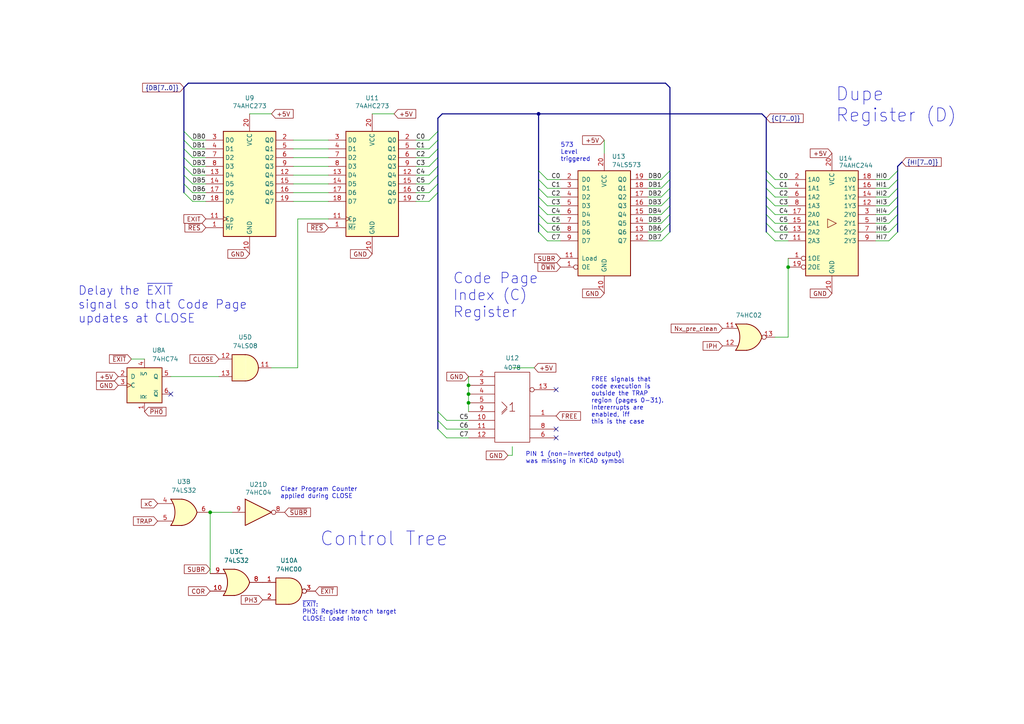
<source format=kicad_sch>
(kicad_sch (version 20231120) (generator "eeschema") (generator_version "8.0")
  (paper "A4")
  (title_block (title "Myth Microcontroller Project") (date "2024-09-21") (rev "1") (company "Picwok.com") (comment 1 "Project Contact: mim@ok-schalter.de (Michael)") (comment 2 "Author: Copyr. 2024 Michael Mangelsdorf/Dosflange@github") (comment 3 "Instruction Decoder Module") (comment 4 "C Register"))
  (lib_symbols
    (symbol "4xxx_IEEE:4078" (pin_names (offset 0.762))
      (property "Reference" "U" (at 8.89 11.43 0))
      (property "Value" "4078" (at 6.35 -11.43 0))
      (symbol "4078_0_0"
        (text "1" (at 0 0 0) (effects (font (size 2.54 2.54))))
        (pin power_in line (at 0 11.43 270) (length 1) hide (name "Vdd") (number "14"))
        (pin power_in line (at 0 -11.43 90) (length 1) hide (name "Vss") (number "7"))
      )
      (symbol "4078_1_1"
        (pin output line (at 12.7 -2.54 180) (length 7.62) (name "~") (number "1"))
        (pin input line (at -12.7 -3.81 0) (length 7.62) (name "~") (number "10"))
        (pin input line (at -12.7 -6.35 0) (length 7.62) (name "~") (number "11"))
        (pin input line (at -12.7 -8.89 0) (length 7.62) (name "~") (number "12"))
        (pin output inverted (at 12.7 5.08 180) (length 7.62) (name "~") (number "13"))
        (pin input line (at -12.7 8.89 0) (length 7.62) (name "~") (number "2"))
        (pin input line (at -12.7 6.35 0) (length 7.62) (name "~") (number "3"))
        (pin input line (at -12.7 3.81 0) (length 7.62) (name "~") (number "4"))
        (pin input line (at -12.7 1.27 0) (length 7.62) (name "~") (number "5"))
        (pin free line (at 12.7 -8.89 180) (length 7.62) (name "~") (number "6"))
        (pin free line (at 12.7 -6.35 180) (length 7.62) (name "~") (number "8"))
        (pin input line (at -12.7 -1.27 0) (length 7.62) (name "~") (number "9"))
      )
    )
    (symbol "74xx:74AHC244"
      (property "Reference" "U" (at -7.62 16.51 0))
      (property "Value" "74AHC244" (at -7.62 -16.51 0))
      (symbol "74AHC244_1_0"
        (pin input inverted (at -12.7 -10.16 0) (length 5.08) (name "1OE") (number "1"))
        (pin power_in line (at 0 -20.32 90) (length 5.08) (name "GND") (number "10"))
        (pin input line (at -12.7 -5.08 0) (length 5.08) (name "2A3") (number "11"))
        (pin tri_state line (at 12.7 5.08 180) (length 5.08) (name "1Y3") (number "12"))
        (pin input line (at -12.7 -2.54 0) (length 5.08) (name "2A2") (number "13"))
        (pin tri_state line (at 12.7 7.62 180) (length 5.08) (name "1Y2") (number "14"))
        (pin input line (at -12.7 0 0) (length 5.08) (name "2A1") (number "15"))
        (pin tri_state line (at 12.7 10.16 180) (length 5.08) (name "1Y1") (number "16"))
        (pin input line (at -12.7 2.54 0) (length 5.08) (name "2A0") (number "17"))
        (pin tri_state line (at 12.7 12.7 180) (length 5.08) (name "1Y0") (number "18"))
        (pin input inverted (at -12.7 -12.7 0) (length 5.08) (name "2OE") (number "19"))
        (pin input line (at -12.7 12.7 0) (length 5.08) (name "1A0") (number "2"))
        (pin power_in line (at 0 20.32 270) (length 5.08) (name "VCC") (number "20"))
        (pin tri_state line (at 12.7 2.54 180) (length 5.08) (name "2Y0") (number "3"))
        (pin input line (at -12.7 10.16 0) (length 5.08) (name "1A1") (number "4"))
        (pin tri_state line (at 12.7 0 180) (length 5.08) (name "2Y1") (number "5"))
        (pin input line (at -12.7 7.62 0) (length 5.08) (name "1A2") (number "6"))
        (pin tri_state line (at 12.7 -2.54 180) (length 5.08) (name "2Y2") (number "7"))
        (pin input line (at -12.7 5.08 0) (length 5.08) (name "1A3") (number "8"))
        (pin tri_state line (at 12.7 -5.08 180) (length 5.08) (name "2Y3") (number "9"))
      )
    )
    (symbol "74xx:74HC00" (pin_names (offset 1.016))
      (property "Reference" "U" (at 0 1.27 0))
      (property "Value" "74HC00" (at 0 -1.27 0))
      (symbol "74HC00_1_1"
        (pin input line (at -7.62 2.54 0) (length 3.81) (name "~") (number "1"))
        (pin input line (at -7.62 -2.54 0) (length 3.81) (name "~") (number "2"))
        (pin output inverted (at 7.62 0 180) (length 3.81) (name "~") (number "3"))
      )
      (symbol "74HC00_1_2"
        (pin input inverted (at -7.62 2.54 0) (length 4.318) (name "~") (number "1"))
        (pin input inverted (at -7.62 -2.54 0) (length 4.318) (name "~") (number "2"))
        (pin output line (at 7.62 0 180) (length 3.81) (name "~") (number "3"))
      )
      (symbol "74HC00_2_1"
        (pin input line (at -7.62 2.54 0) (length 3.81) (name "~") (number "4"))
        (pin input line (at -7.62 -2.54 0) (length 3.81) (name "~") (number "5"))
        (pin output inverted (at 7.62 0 180) (length 3.81) (name "~") (number "6"))
      )
      (symbol "74HC00_2_2"
        (pin input inverted (at -7.62 2.54 0) (length 4.318) (name "~") (number "4"))
        (pin input inverted (at -7.62 -2.54 0) (length 4.318) (name "~") (number "5"))
        (pin output line (at 7.62 0 180) (length 3.81) (name "~") (number "6"))
      )
      (symbol "74HC00_3_1"
        (pin input line (at -7.62 -2.54 0) (length 3.81) (name "~") (number "10"))
        (pin output inverted (at 7.62 0 180) (length 3.81) (name "~") (number "8"))
        (pin input line (at -7.62 2.54 0) (length 3.81) (name "~") (number "9"))
      )
      (symbol "74HC00_3_2"
        (pin input inverted (at -7.62 -2.54 0) (length 4.318) (name "~") (number "10"))
        (pin output line (at 7.62 0 180) (length 3.81) (name "~") (number "8"))
        (pin input inverted (at -7.62 2.54 0) (length 4.318) (name "~") (number "9"))
      )
      (symbol "74HC00_4_1"
        (pin output inverted (at 7.62 0 180) (length 3.81) (name "~") (number "11"))
        (pin input line (at -7.62 2.54 0) (length 3.81) (name "~") (number "12"))
        (pin input line (at -7.62 -2.54 0) (length 3.81) (name "~") (number "13"))
      )
      (symbol "74HC00_4_2"
        (pin output line (at 7.62 0 180) (length 3.81) (name "~") (number "11"))
        (pin input inverted (at -7.62 2.54 0) (length 4.318) (name "~") (number "12"))
        (pin input inverted (at -7.62 -2.54 0) (length 4.318) (name "~") (number "13"))
      )
      (symbol "74HC00_5_0"
        (pin power_in line (at 0 12.7 270) (length 5.08) (name "VCC") (number "14"))
        (pin power_in line (at 0 -12.7 90) (length 5.08) (name "GND") (number "7"))
      )
    )
    (symbol "74xx:74HC02" (pin_names (offset 1.016))
      (property "Reference" "U" (at 0 1.27 0))
      (property "Value" "74HC02" (at 0 -1.27 0))
      (symbol "74HC02_1_1"
        (pin output inverted (at 7.62 0 180) (length 3.81) (name "~") (number "1"))
        (pin input line (at -7.62 2.54 0) (length 4.318) (name "~") (number "2"))
        (pin input line (at -7.62 -2.54 0) (length 4.318) (name "~") (number "3"))
      )
      (symbol "74HC02_1_2"
        (pin output line (at 7.62 0 180) (length 3.81) (name "~") (number "1"))
        (pin input inverted (at -7.62 2.54 0) (length 3.81) (name "~") (number "2"))
        (pin input inverted (at -7.62 -2.54 0) (length 3.81) (name "~") (number "3"))
      )
      (symbol "74HC02_2_1"
        (pin output inverted (at 7.62 0 180) (length 3.81) (name "~") (number "4"))
        (pin input line (at -7.62 2.54 0) (length 4.318) (name "~") (number "5"))
        (pin input line (at -7.62 -2.54 0) (length 4.318) (name "~") (number "6"))
      )
      (symbol "74HC02_2_2"
        (pin output line (at 7.62 0 180) (length 3.81) (name "~") (number "4"))
        (pin input inverted (at -7.62 2.54 0) (length 3.81) (name "~") (number "5"))
        (pin input inverted (at -7.62 -2.54 0) (length 3.81) (name "~") (number "6"))
      )
      (symbol "74HC02_3_1"
        (pin output inverted (at 7.62 0 180) (length 3.81) (name "~") (number "10"))
        (pin input line (at -7.62 2.54 0) (length 4.318) (name "~") (number "8"))
        (pin input line (at -7.62 -2.54 0) (length 4.318) (name "~") (number "9"))
      )
      (symbol "74HC02_3_2"
        (pin output line (at 7.62 0 180) (length 3.81) (name "~") (number "10"))
        (pin input inverted (at -7.62 2.54 0) (length 3.81) (name "~") (number "8"))
        (pin input inverted (at -7.62 -2.54 0) (length 3.81) (name "~") (number "9"))
      )
      (symbol "74HC02_4_1"
        (pin input line (at -7.62 2.54 0) (length 4.318) (name "~") (number "11"))
        (pin input line (at -7.62 -2.54 0) (length 4.318) (name "~") (number "12"))
        (pin output inverted (at 7.62 0 180) (length 3.81) (name "~") (number "13"))
      )
      (symbol "74HC02_4_2"
        (pin input inverted (at -7.62 2.54 0) (length 3.81) (name "~") (number "11"))
        (pin input inverted (at -7.62 -2.54 0) (length 3.81) (name "~") (number "12"))
        (pin output line (at 7.62 0 180) (length 3.81) (name "~") (number "13"))
      )
      (symbol "74HC02_5_0"
        (pin power_in line (at 0 12.7 270) (length 5.08) (name "VCC") (number "14"))
        (pin power_in line (at 0 -12.7 90) (length 5.08) (name "GND") (number "7"))
      )
    )
    (symbol "74xx:74HC04"
      (property "Reference" "U" (at 0 1.27 0))
      (property "Value" "74HC04" (at 0 -1.27 0))
      (symbol "74HC04_1_0"
        (pin input line (at -7.62 0 0) (length 3.81) (name "~") (number "1"))
        (pin output inverted (at 7.62 0 180) (length 3.81) (name "~") (number "2"))
      )
      (symbol "74HC04_2_0"
        (pin input line (at -7.62 0 0) (length 3.81) (name "~") (number "3"))
        (pin output inverted (at 7.62 0 180) (length 3.81) (name "~") (number "4"))
      )
      (symbol "74HC04_3_0"
        (pin input line (at -7.62 0 0) (length 3.81) (name "~") (number "5"))
        (pin output inverted (at 7.62 0 180) (length 3.81) (name "~") (number "6"))
      )
      (symbol "74HC04_4_0"
        (pin output inverted (at 7.62 0 180) (length 3.81) (name "~") (number "8"))
        (pin input line (at -7.62 0 0) (length 3.81) (name "~") (number "9"))
      )
      (symbol "74HC04_5_0"
        (pin output inverted (at 7.62 0 180) (length 3.81) (name "~") (number "10"))
        (pin input line (at -7.62 0 0) (length 3.81) (name "~") (number "11"))
      )
      (symbol "74HC04_6_0"
        (pin output inverted (at 7.62 0 180) (length 3.81) (name "~") (number "12"))
        (pin input line (at -7.62 0 0) (length 3.81) (name "~") (number "13"))
      )
      (symbol "74HC04_7_0"
        (pin power_in line (at 0 12.7 270) (length 5.08) (name "VCC") (number "14"))
        (pin power_in line (at 0 -12.7 90) (length 5.08) (name "GND") (number "7"))
      )
    )
    (symbol "74xx:74HC273"
      (property "Reference" "U" (at -7.62 16.51 0))
      (property "Value" "74HC273" (at -7.62 -16.51 0))
      (symbol "74HC273_1_0"
        (pin input line (at -12.7 -12.7 0) (length 5.08) (name "~{Mr}") (number "1"))
        (pin power_in line (at 0 -20.32 90) (length 5.08) (name "GND") (number "10"))
        (pin input clock (at -12.7 -10.16 0) (length 5.08) (name "Cp") (number "11"))
        (pin output line (at 12.7 2.54 180) (length 5.08) (name "Q4") (number "12"))
        (pin input line (at -12.7 2.54 0) (length 5.08) (name "D4") (number "13"))
        (pin input line (at -12.7 0 0) (length 5.08) (name "D5") (number "14"))
        (pin output line (at 12.7 0 180) (length 5.08) (name "Q5") (number "15"))
        (pin output line (at 12.7 -2.54 180) (length 5.08) (name "Q6") (number "16"))
        (pin input line (at -12.7 -2.54 0) (length 5.08) (name "D6") (number "17"))
        (pin input line (at -12.7 -5.08 0) (length 5.08) (name "D7") (number "18"))
        (pin output line (at 12.7 -5.08 180) (length 5.08) (name "Q7") (number "19"))
        (pin output line (at 12.7 12.7 180) (length 5.08) (name "Q0") (number "2"))
        (pin power_in line (at 0 20.32 270) (length 5.08) (name "VCC") (number "20"))
        (pin input line (at -12.7 12.7 0) (length 5.08) (name "D0") (number "3"))
        (pin input line (at -12.7 10.16 0) (length 5.08) (name "D1") (number "4"))
        (pin output line (at 12.7 10.16 180) (length 5.08) (name "Q1") (number "5"))
        (pin output line (at 12.7 7.62 180) (length 5.08) (name "Q2") (number "6"))
        (pin input line (at -12.7 7.62 0) (length 5.08) (name "D2") (number "7"))
        (pin input line (at -12.7 5.08 0) (length 5.08) (name "D3") (number "8"))
        (pin output line (at 12.7 5.08 180) (length 5.08) (name "Q3") (number "9"))
      )
    )
    (symbol "74xx:74HC74" (pin_names (offset 1.016))
      (property "Reference" "U" (at -7.62 8.89 0))
      (property "Value" "74HC74" (at -7.62 -8.89 0))
      (symbol "74HC74_1_0"
        (pin input line (at 0 -7.62 90) (length 2.54) (name "~{R}") (number "1"))
        (pin input line (at -7.62 2.54 0) (length 2.54) (name "D") (number "2"))
        (pin input clock (at -7.62 0 0) (length 2.54) (name "C") (number "3"))
        (pin input line (at 0 7.62 270) (length 2.54) (name "~{S}") (number "4"))
        (pin output line (at 7.62 2.54 180) (length 2.54) (name "Q") (number "5"))
        (pin output line (at 7.62 -2.54 180) (length 2.54) (name "~{Q}") (number "6"))
      )
      (symbol "74HC74_2_0"
        (pin input line (at 0 7.62 270) (length 2.54) (name "~{S}") (number "10"))
        (pin input clock (at -7.62 0 0) (length 2.54) (name "C") (number "11"))
        (pin input line (at -7.62 2.54 0) (length 2.54) (name "D") (number "12"))
        (pin input line (at 0 -7.62 90) (length 2.54) (name "~{R}") (number "13"))
        (pin output line (at 7.62 -2.54 180) (length 2.54) (name "~{Q}") (number "8"))
        (pin output line (at 7.62 2.54 180) (length 2.54) (name "Q") (number "9"))
      )
      (symbol "74HC74_3_0"
        (pin power_in line (at 0 10.16 270) (length 2.54) (name "VCC") (number "14"))
        (pin power_in line (at 0 -10.16 90) (length 2.54) (name "GND") (number "7"))
      )
    )
    (symbol "74xx:74LS08" (pin_names (offset 1.016))
      (property "Reference" "U" (at 0 1.27 0))
      (property "Value" "74LS08" (at 0 -1.27 0))
      (symbol "74LS08_1_1"
        (pin input line (at -7.62 2.54 0) (length 3.81) (name "~") (number "1"))
        (pin input line (at -7.62 -2.54 0) (length 3.81) (name "~") (number "2"))
        (pin output line (at 7.62 0 180) (length 3.81) (name "~") (number "3"))
      )
      (symbol "74LS08_1_2"
        (pin input inverted (at -7.62 2.54 0) (length 4.318) (name "~") (number "1"))
        (pin input inverted (at -7.62 -2.54 0) (length 4.318) (name "~") (number "2"))
        (pin output inverted (at 7.62 0 180) (length 3.81) (name "~") (number "3"))
      )
      (symbol "74LS08_2_1"
        (pin input line (at -7.62 2.54 0) (length 3.81) (name "~") (number "4"))
        (pin input line (at -7.62 -2.54 0) (length 3.81) (name "~") (number "5"))
        (pin output line (at 7.62 0 180) (length 3.81) (name "~") (number "6"))
      )
      (symbol "74LS08_2_2"
        (pin input inverted (at -7.62 2.54 0) (length 4.318) (name "~") (number "4"))
        (pin input inverted (at -7.62 -2.54 0) (length 4.318) (name "~") (number "5"))
        (pin output inverted (at 7.62 0 180) (length 3.81) (name "~") (number "6"))
      )
      (symbol "74LS08_3_1"
        (pin input line (at -7.62 -2.54 0) (length 3.81) (name "~") (number "10"))
        (pin output line (at 7.62 0 180) (length 3.81) (name "~") (number "8"))
        (pin input line (at -7.62 2.54 0) (length 3.81) (name "~") (number "9"))
      )
      (symbol "74LS08_3_2"
        (pin input inverted (at -7.62 -2.54 0) (length 4.318) (name "~") (number "10"))
        (pin output inverted (at 7.62 0 180) (length 3.81) (name "~") (number "8"))
        (pin input inverted (at -7.62 2.54 0) (length 4.318) (name "~") (number "9"))
      )
      (symbol "74LS08_4_1"
        (pin output line (at 7.62 0 180) (length 3.81) (name "~") (number "11"))
        (pin input line (at -7.62 2.54 0) (length 3.81) (name "~") (number "12"))
        (pin input line (at -7.62 -2.54 0) (length 3.81) (name "~") (number "13"))
      )
      (symbol "74LS08_4_2"
        (pin output inverted (at 7.62 0 180) (length 3.81) (name "~") (number "11"))
        (pin input inverted (at -7.62 2.54 0) (length 4.318) (name "~") (number "12"))
        (pin input inverted (at -7.62 -2.54 0) (length 4.318) (name "~") (number "13"))
      )
      (symbol "74LS08_5_0"
        (pin power_in line (at 0 12.7 270) (length 5.08) (name "VCC") (number "14"))
        (pin power_in line (at 0 -12.7 90) (length 5.08) (name "GND") (number "7"))
      )
    )
    (symbol "74xx:74LS32" (pin_names (offset 1.016))
      (property "Reference" "U" (at 0 1.27 0))
      (property "Value" "74LS32" (at 0 -1.27 0))
      (symbol "74LS32_1_1"
        (pin input line (at -7.62 2.54 0) (length 4.318) (name "~") (number "1"))
        (pin input line (at -7.62 -2.54 0) (length 4.318) (name "~") (number "2"))
        (pin output line (at 7.62 0 180) (length 3.81) (name "~") (number "3"))
      )
      (symbol "74LS32_1_2"
        (pin input inverted (at -7.62 2.54 0) (length 3.81) (name "~") (number "1"))
        (pin input inverted (at -7.62 -2.54 0) (length 3.81) (name "~") (number "2"))
        (pin output inverted (at 7.62 0 180) (length 3.81) (name "~") (number "3"))
      )
      (symbol "74LS32_2_1"
        (pin input line (at -7.62 2.54 0) (length 4.318) (name "~") (number "4"))
        (pin input line (at -7.62 -2.54 0) (length 4.318) (name "~") (number "5"))
        (pin output line (at 7.62 0 180) (length 3.81) (name "~") (number "6"))
      )
      (symbol "74LS32_2_2"
        (pin input inverted (at -7.62 2.54 0) (length 3.81) (name "~") (number "4"))
        (pin input inverted (at -7.62 -2.54 0) (length 3.81) (name "~") (number "5"))
        (pin output inverted (at 7.62 0 180) (length 3.81) (name "~") (number "6"))
      )
      (symbol "74LS32_3_1"
        (pin input line (at -7.62 -2.54 0) (length 4.318) (name "~") (number "10"))
        (pin output line (at 7.62 0 180) (length 3.81) (name "~") (number "8"))
        (pin input line (at -7.62 2.54 0) (length 4.318) (name "~") (number "9"))
      )
      (symbol "74LS32_3_2"
        (pin input inverted (at -7.62 -2.54 0) (length 3.81) (name "~") (number "10"))
        (pin output inverted (at 7.62 0 180) (length 3.81) (name "~") (number "8"))
        (pin input inverted (at -7.62 2.54 0) (length 3.81) (name "~") (number "9"))
      )
      (symbol "74LS32_4_1"
        (pin output line (at 7.62 0 180) (length 3.81) (name "~") (number "11"))
        (pin input line (at -7.62 2.54 0) (length 4.318) (name "~") (number "12"))
        (pin input line (at -7.62 -2.54 0) (length 4.318) (name "~") (number "13"))
      )
      (symbol "74LS32_4_2"
        (pin output inverted (at 7.62 0 180) (length 3.81) (name "~") (number "11"))
        (pin input inverted (at -7.62 2.54 0) (length 3.81) (name "~") (number "12"))
        (pin input inverted (at -7.62 -2.54 0) (length 3.81) (name "~") (number "13"))
      )
      (symbol "74LS32_5_0"
        (pin power_in line (at 0 12.7 270) (length 5.08) (name "VCC") (number "14"))
        (pin power_in line (at 0 -12.7 90) (length 5.08) (name "GND") (number "7"))
      )
    )
    (symbol "74xx:74LS573" (pin_names (offset 1.016))
      (property "Reference" "U" (at -7.62 16.51 0))
      (property "Value" "74LS573" (at -7.62 -16.51 0))
      (symbol "74LS573_1_0"
        (pin input inverted (at -12.7 -12.7 0) (length 5.08) (name "OE") (number "1"))
        (pin power_in line (at 0 -20.32 90) (length 5.08) (name "GND") (number "10"))
        (pin input line (at -12.7 -10.16 0) (length 5.08) (name "Load") (number "11"))
        (pin tri_state line (at 12.7 -5.08 180) (length 5.08) (name "Q7") (number "12"))
        (pin tri_state line (at 12.7 -2.54 180) (length 5.08) (name "Q6") (number "13"))
        (pin tri_state line (at 12.7 0 180) (length 5.08) (name "Q5") (number "14"))
        (pin tri_state line (at 12.7 2.54 180) (length 5.08) (name "Q4") (number "15"))
        (pin tri_state line (at 12.7 5.08 180) (length 5.08) (name "Q3") (number "16"))
        (pin tri_state line (at 12.7 7.62 180) (length 5.08) (name "Q2") (number "17"))
        (pin tri_state line (at 12.7 10.16 180) (length 5.08) (name "Q1") (number "18"))
        (pin tri_state line (at 12.7 12.7 180) (length 5.08) (name "Q0") (number "19"))
        (pin input line (at -12.7 12.7 0) (length 5.08) (name "D0") (number "2"))
        (pin power_in line (at 0 20.32 270) (length 5.08) (name "VCC") (number "20"))
        (pin input line (at -12.7 10.16 0) (length 5.08) (name "D1") (number "3"))
        (pin input line (at -12.7 7.62 0) (length 5.08) (name "D2") (number "4"))
        (pin input line (at -12.7 5.08 0) (length 5.08) (name "D3") (number "5"))
        (pin input line (at -12.7 2.54 0) (length 5.08) (name "D4") (number "6"))
        (pin input line (at -12.7 0 0) (length 5.08) (name "D5") (number "7"))
        (pin input line (at -12.7 -2.54 0) (length 5.08) (name "D6") (number "8"))
        (pin input line (at -12.7 -5.08 0) (length 5.08) (name "D7") (number "9"))
      )
    )
  )
  (junction (at 135.89 114.3))
  (junction (at 228.6 77.47))
  (junction (at 60.96 148.59))
  (junction (at 156.21 33.02))
  (junction (at 135.89 111.76))
  (junction (at 135.89 116.84))
  (no_connect (at 161.29 124.46))
  (no_connect (at 49.53 114.3))
  (no_connect (at 161.29 127))
  (no_connect (at 161.29 113.03))
  (bus_entry (at 156.21 59.69) (size 2.54 2.54))
  (bus_entry (at 156.21 64.77) (size 2.54 2.54))
  (bus_entry (at 156.21 62.23) (size 2.54 2.54))
  (bus_entry (at 127 48.26) (size -2.54 2.54))
  (bus_entry (at 194.31 49.53) (size -2.54 2.54))
  (bus_entry (at 222.25 57.15) (size 2.54 2.54))
  (bus_entry (at 194.31 62.23) (size -2.54 2.54))
  (bus_entry (at 127 121.92) (size 2.54 2.54))
  (bus_entry (at 260.35 64.77) (size -2.54 2.54))
  (bus_entry (at 156.21 54.61) (size 2.54 2.54))
  (bus_entry (at 53.34 38.1) (size 2.54 2.54))
  (bus_entry (at 127 38.1) (size -2.54 2.54))
  (bus_entry (at 127 43.18) (size -2.54 2.54))
  (bus_entry (at 222.25 64.77) (size 2.54 2.54))
  (bus_entry (at 260.35 67.31) (size -2.54 2.54))
  (bus_entry (at 156.21 67.31) (size 2.54 2.54))
  (bus_entry (at 53.34 50.8) (size 2.54 2.54))
  (bus_entry (at 53.34 40.64) (size 2.54 2.54))
  (bus_entry (at 222.25 62.23) (size 2.54 2.54))
  (bus_entry (at 194.31 64.77) (size -2.54 2.54))
  (bus_entry (at 53.34 48.26) (size 2.54 2.54))
  (bus_entry (at 127 50.8) (size -2.54 2.54))
  (bus_entry (at 127 40.64) (size -2.54 2.54))
  (bus_entry (at 260.35 52.07) (size -2.54 2.54))
  (bus_entry (at 53.34 53.34) (size 2.54 2.54))
  (bus_entry (at 53.34 43.18) (size 2.54 2.54))
  (bus_entry (at 156.21 52.07) (size 2.54 2.54))
  (bus_entry (at 222.25 59.69) (size 2.54 2.54))
  (bus_entry (at 194.31 57.15) (size -2.54 2.54))
  (bus_entry (at 194.31 54.61) (size -2.54 2.54))
  (bus_entry (at 194.31 59.69) (size -2.54 2.54))
  (bus_entry (at 222.25 52.07) (size 2.54 2.54))
  (bus_entry (at 194.31 52.07) (size -2.54 2.54))
  (bus_entry (at 127 45.72) (size -2.54 2.54))
  (bus_entry (at 127 119.38) (size 2.54 2.54))
  (bus_entry (at 260.35 62.23) (size -2.54 2.54))
  (bus_entry (at 127 55.88) (size -2.54 2.54))
  (bus_entry (at 260.35 54.61) (size -2.54 2.54))
  (bus_entry (at 222.25 49.53) (size 2.54 2.54))
  (bus_entry (at 127 53.34) (size -2.54 2.54))
  (bus_entry (at 53.34 55.88) (size 2.54 2.54))
  (bus_entry (at 260.35 49.53) (size -2.54 2.54))
  (bus_entry (at 260.35 57.15) (size -2.54 2.54))
  (bus_entry (at 156.21 57.15) (size 2.54 2.54))
  (bus_entry (at 53.34 45.72) (size 2.54 2.54))
  (bus_entry (at 260.35 59.69) (size -2.54 2.54))
  (bus_entry (at 222.25 67.31) (size 2.54 2.54))
  (bus_entry (at 222.25 54.61) (size 2.54 2.54))
  (bus_entry (at 194.31 67.31) (size -2.54 2.54))
  (bus_entry (at 156.21 49.53) (size 2.54 2.54))
  (bus_entry (at 127 124.46) (size 2.54 2.54))
  (polyline (pts (xy 119.38 -5.08) (xy 119.38 -5.08)))
  (wire (pts (xy 191.77 69.85) (xy 187.96 69.85)))
  (wire (pts (xy 158.75 59.69) (xy 162.56 59.69)))
  (wire (pts (xy 158.75 69.85) (xy 162.56 69.85)))
  (wire (pts (xy 85.09 45.72) (xy 95.25 45.72)))
  (bus (pts (xy 194.31 57.15) (xy 194.31 59.69)))
  (wire (pts (xy 257.81 62.23) (xy 254 62.23)))
  (wire (pts (xy 224.79 67.31) (xy 228.6 67.31)))
  (bus (pts (xy 194.31 25.4) (xy 194.31 49.53)))
  (bus (pts (xy 260.35 54.61) (xy 260.35 52.07)))
  (wire (pts (xy 191.77 57.15) (xy 187.96 57.15)))
  (bus (pts (xy 54.61 24.13) (xy 193.04 24.13)))
  (bus (pts (xy 156.21 62.23) (xy 156.21 64.77)))
  (bus (pts (xy 222.25 34.29) (xy 220.98 33.02)))
  (bus (pts (xy 194.31 62.23) (xy 194.31 64.77)))
  (wire (pts (xy 55.88 58.42) (xy 59.69 58.42)))
  (wire (pts (xy 224.79 57.15) (xy 228.6 57.15)))
  (wire (pts (xy 129.54 127) (xy 135.89 127)))
  (wire (pts (xy 107.95 33.02) (xy 114.3 33.02)))
  (wire (pts (xy 228.6 97.79) (xy 224.79 97.79)))
  (bus (pts (xy 260.35 57.15) (xy 260.35 54.61)))
  (wire (pts (xy 148.59 106.68) (xy 154.94 106.68)))
  (wire (pts (xy 55.88 43.18) (xy 59.69 43.18)))
  (wire (pts (xy 224.79 52.07) (xy 228.6 52.07)))
  (wire (pts (xy 124.46 50.8) (xy 120.65 50.8)))
  (wire (pts (xy 124.46 55.88) (xy 120.65 55.88)))
  (bus (pts (xy 156.21 33.02) (xy 156.21 49.53)))
  (wire (pts (xy 148.59 129.54) (xy 148.59 132.08)))
  (bus (pts (xy 53.34 43.18) (xy 53.34 45.72)))
  (bus (pts (xy 128.27 33.02) (xy 156.21 33.02)))
  (wire (pts (xy 158.75 54.61) (xy 162.56 54.61)))
  (wire (pts (xy 124.46 58.42) (xy 120.65 58.42)))
  (wire (pts (xy 158.75 64.77) (xy 162.56 64.77)))
  (bus (pts (xy 53.34 40.64) (xy 53.34 43.18)))
  (bus (pts (xy 127 53.34) (xy 127 55.88)))
  (bus (pts (xy 194.31 59.69) (xy 194.31 62.23)))
  (wire (pts (xy 60.96 148.59) (xy 60.96 166.37)))
  (bus (pts (xy 54.61 24.13) (xy 53.34 25.4)))
  (wire (pts (xy 60.96 148.59) (xy 67.31 148.59)))
  (wire (pts (xy 129.54 121.92) (xy 135.89 121.92)))
  (bus (pts (xy 127 34.29) (xy 128.27 33.02)))
  (wire (pts (xy 158.75 52.07) (xy 162.56 52.07)))
  (wire (pts (xy 158.75 67.31) (xy 162.56 67.31)))
  (bus (pts (xy 194.31 25.4) (xy 193.04 24.13)))
  (wire (pts (xy 85.09 40.64) (xy 95.25 40.64)))
  (bus (pts (xy 156.21 57.15) (xy 156.21 59.69)))
  (wire (pts (xy 257.81 69.85) (xy 254 69.85)))
  (wire (pts (xy 191.77 59.69) (xy 187.96 59.69)))
  (bus (pts (xy 156.21 49.53) (xy 156.21 52.07)))
  (wire (pts (xy 135.89 114.3) (xy 135.89 116.84)))
  (wire (pts (xy 85.09 53.34) (xy 95.25 53.34)))
  (wire (pts (xy 85.09 43.18) (xy 95.25 43.18)))
  (bus (pts (xy 127 121.92) (xy 127 124.46)))
  (bus (pts (xy 222.25 52.07) (xy 222.25 54.61)))
  (bus (pts (xy 127 43.18) (xy 127 45.72)))
  (wire (pts (xy 224.79 69.85) (xy 228.6 69.85)))
  (bus (pts (xy 260.35 67.31) (xy 260.35 64.77)))
  (bus (pts (xy 127 34.29) (xy 127 38.1)))
  (bus (pts (xy 222.25 34.29) (xy 222.25 49.53)))
  (wire (pts (xy 135.89 116.84) (xy 135.89 119.38)))
  (wire (pts (xy 85.09 58.42) (xy 95.25 58.42)))
  (bus (pts (xy 156.21 59.69) (xy 156.21 62.23)))
  (bus (pts (xy 53.34 48.26) (xy 53.34 50.8)))
  (wire (pts (xy 191.77 64.77) (xy 187.96 64.77)))
  (wire (pts (xy 124.46 53.34) (xy 120.65 53.34)))
  (bus (pts (xy 53.34 38.1) (xy 53.34 40.64)))
  (bus (pts (xy 194.31 64.77) (xy 194.31 67.31)))
  (bus (pts (xy 53.34 50.8) (xy 53.34 53.34)))
  (bus (pts (xy 127 40.64) (xy 127 43.18)))
  (wire (pts (xy 224.79 64.77) (xy 228.6 64.77)))
  (wire (pts (xy 124.46 45.72) (xy 120.65 45.72)))
  (bus (pts (xy 260.35 62.23) (xy 260.35 59.69)))
  (bus (pts (xy 53.34 25.4) (xy 53.34 38.1)))
  (wire (pts (xy 55.88 50.8) (xy 59.69 50.8)))
  (wire (pts (xy 257.81 64.77) (xy 254 64.77)))
  (wire (pts (xy 55.88 45.72) (xy 59.69 45.72)))
  (bus (pts (xy 194.31 49.53) (xy 194.31 52.07)))
  (wire (pts (xy 55.88 48.26) (xy 59.69 48.26)))
  (wire (pts (xy 72.39 33.02) (xy 78.74 33.02)))
  (bus (pts (xy 127 50.8) (xy 127 53.34)))
  (bus (pts (xy 222.25 62.23) (xy 222.25 64.77)))
  (bus (pts (xy 156.21 54.61) (xy 156.21 57.15)))
  (bus (pts (xy 156.21 64.77) (xy 156.21 67.31)))
  (wire (pts (xy 228.6 77.47) (xy 228.6 97.79)))
  (bus (pts (xy 260.35 59.69) (xy 260.35 57.15)))
  (wire (pts (xy 55.88 55.88) (xy 59.69 55.88)))
  (wire (pts (xy 49.53 109.22) (xy 63.5 109.22)))
  (bus (pts (xy 53.34 53.34) (xy 53.34 55.88)))
  (wire (pts (xy 257.81 57.15) (xy 254 57.15)))
  (wire (pts (xy 191.77 54.61) (xy 187.96 54.61)))
  (wire (pts (xy 175.26 40.64) (xy 175.26 44.45)))
  (wire (pts (xy 38.1 104.14) (xy 41.91 104.14)))
  (wire (pts (xy 124.46 40.64) (xy 120.65 40.64)))
  (bus (pts (xy 260.35 49.53) (xy 260.35 48.26)))
  (wire (pts (xy 86.36 63.5) (xy 86.36 106.68)))
  (bus (pts (xy 127 119.38) (xy 127 121.92)))
  (wire (pts (xy 257.81 52.07) (xy 254 52.07)))
  (wire (pts (xy 191.77 52.07) (xy 187.96 52.07)))
  (wire (pts (xy 129.54 124.46) (xy 135.89 124.46)))
  (wire (pts (xy 135.89 109.22) (xy 135.89 111.76)))
  (bus (pts (xy 194.31 52.07) (xy 194.31 54.61)))
  (wire (pts (xy 224.79 62.23) (xy 228.6 62.23)))
  (bus (pts (xy 260.35 52.07) (xy 260.35 49.53)))
  (wire (pts (xy 191.77 67.31) (xy 187.96 67.31)))
  (wire (pts (xy 228.6 74.93) (xy 228.6 77.47)))
  (wire (pts (xy 55.88 40.64) (xy 59.69 40.64)))
  (wire (pts (xy 124.46 43.18) (xy 120.65 43.18)))
  (wire (pts (xy 78.74 106.68) (xy 86.36 106.68)))
  (wire (pts (xy 86.36 63.5) (xy 95.25 63.5)))
  (bus (pts (xy 222.25 59.69) (xy 222.25 62.23)))
  (wire (pts (xy 257.81 54.61) (xy 254 54.61)))
  (bus (pts (xy 127 48.26) (xy 127 50.8)))
  (wire (pts (xy 257.81 67.31) (xy 254 67.31)))
  (wire (pts (xy 124.46 48.26) (xy 120.65 48.26)))
  (wire (pts (xy 85.09 55.88) (xy 95.25 55.88)))
  (bus (pts (xy 260.35 48.26) (xy 261.62 46.99)))
  (bus (pts (xy 53.34 45.72) (xy 53.34 48.26)))
  (bus (pts (xy 222.25 54.61) (xy 222.25 57.15)))
  (wire (pts (xy 158.75 57.15) (xy 162.56 57.15)))
  (wire (pts (xy 85.09 50.8) (xy 95.25 50.8)))
  (wire (pts (xy 224.79 59.69) (xy 228.6 59.69)))
  (bus (pts (xy 127 45.72) (xy 127 48.26)))
  (wire (pts (xy 147.32 132.08) (xy 148.59 132.08)))
  (bus (pts (xy 156.21 52.07) (xy 156.21 54.61)))
  (wire (pts (xy 191.77 62.23) (xy 187.96 62.23)))
  (bus (pts (xy 260.35 64.77) (xy 260.35 62.23)))
  (bus (pts (xy 222.25 57.15) (xy 222.25 59.69)))
  (wire (pts (xy 85.09 48.26) (xy 95.25 48.26)))
  (wire (pts (xy 135.89 111.76) (xy 135.89 114.3)))
  (wire (pts (xy 224.79 54.61) (xy 228.6 54.61)))
  (bus (pts (xy 127 38.1) (xy 127 40.64)))
  (bus (pts (xy 222.25 64.77) (xy 222.25 67.31)))
  (bus (pts (xy 127 55.88) (xy 127 119.38)))
  (wire (pts (xy 158.75 62.23) (xy 162.56 62.23)))
  (bus (pts (xy 156.21 33.02) (xy 220.98 33.02)))
  (wire (pts (xy 55.88 53.34) (xy 59.69 53.34)))
  (wire (pts (xy 257.81 59.69) (xy 254 59.69)))
  (bus (pts (xy 194.31 54.61) (xy 194.31 57.15)))
  (bus (pts (xy 222.25 49.53) (xy 222.25 52.07)))
  (text "Code Page\nIndex (C)\nRegister" (at 131.318 92.456 0) (effects (font (size 3.048 3.048)) (justify left bottom)))
  (text "Clear Program Counter\napplied during CLOSE" (at 81.28 144.78 0) (effects (font (size 1.27 1.27)) (justify left bottom)))
  (text "PIN 1 (non-inverted output)\nwas missing in KiCAD symbol" (at 152.4 134.62 0) (effects (font (size 1.27 1.27)) (justify left bottom)))
  (text "Dupe\nRegister (D)" (at 242.316 35.814 0) (effects (font (size 3.81 3.81)) (justify left bottom)))
  (text "FREE signals that\ncode execution is\noutside the TRAP\nregion (pages 0-31).\nIntererrupts are\nenabled, iff\nthis is the case\n" (at 171.45 123.19 0) (effects (font (size 1.27 1.27)) (justify left bottom)))
  (text "573\nLevel\ntriggered" (at 162.56 46.99 0) (effects (font (size 1.27 1.27)) (justify left bottom)))
  (text "~{EXIT}:\nPH3: Register branch target\nCLOSE: Load into C" (at 87.63 180.34 0) (effects (font (size 1.27 1.27)) (justify left bottom)))
  (text "Delay the ~{EXIT}\nsignal so that Code Page\nupdates at CLOSE" (at 22.606 93.98 0) (effects (font (size 2.5 2.5)) (justify left bottom)))
  (text "Control Tree" (at 92.71 158.75 0) (effects (font (size 4 4)) (justify left bottom)))
  (label "HI6" (at 254 67.31 0))
  (label "C6" (at 228.6 67.31 180))
  (label "C7" (at 135.89 127 180))
  (label "DB3" (at 187.96 59.69 0))
  (label "DB5" (at 59.69 53.34 180))
  (label "C5" (at 228.6 64.77 180))
  (label "HI7" (at 254 69.85 0))
  (label "DB4" (at 187.96 62.23 0))
  (label "HI2" (at 254 57.15 0))
  (label "C2" (at 228.6 57.15 180))
  (label "HI5" (at 254 64.77 0))
  (label "DB1" (at 187.96 54.61 0))
  (label "C1" (at 228.6 54.61 180))
  (label "C6" (at 120.65 55.88 0))
  (label "C4" (at 162.56 62.23 180))
  (label "C7" (at 228.6 69.85 180))
  (label "C7" (at 162.56 69.85 180))
  (label "DB0" (at 187.96 52.07 0))
  (label "HI4" (at 254 62.23 0))
  (label "HI0" (at 254 52.07 0))
  (label "DB7" (at 59.69 58.42 180))
  (label "DB3" (at 59.69 48.26 180))
  (label "HI3" (at 254 59.69 0))
  (label "C3" (at 162.56 59.69 180))
  (label "C0" (at 228.6 52.07 180))
  (label "DB1" (at 59.69 43.18 180))
  (label "C4" (at 120.65 50.8 0))
  (label "C2" (at 120.65 45.72 0))
  (label "DB6" (at 59.69 55.88 180))
  (label "C4" (at 228.6 62.23 180))
  (label "C6" (at 135.89 124.46 180))
  (label "DB6" (at 187.96 67.31 0))
  (label "C0" (at 162.56 52.07 180))
  (label "C7" (at 120.65 58.42 0))
  (label "DB4" (at 59.69 50.8 180))
  (label "DB2" (at 59.69 45.72 180))
  (label "DB0" (at 59.69 40.64 180))
  (label "HI1" (at 254 54.61 0))
  (label "C1" (at 120.65 43.18 0))
  (label "C5" (at 135.89 121.92 180))
  (label "C3" (at 228.6 59.69 180))
  (label "C5" (at 120.65 53.34 0))
  (label "DB7" (at 187.96 69.85 0))
  (label "C1" (at 162.56 54.61 180))
  (label "DB2" (at 187.96 57.15 0))
  (label "C2" (at 162.56 57.15 180))
  (label "C3" (at 120.65 48.26 0))
  (label "DB5" (at 187.96 64.77 0))
  (label "C0" (at 120.65 40.64 0))
  (label "C5" (at 162.56 64.77 180))
  (label "C6" (at 162.56 67.31 180))
  (global_label "EXIT" (shape input) (at 59.69 63.5 180) (property "Intersheetrefs" "${INTERSHEET_REFS}" (effects (hide yes))))
  (global_label "GND" (shape input) (at 107.95 73.66 180) (property "Intersheetrefs" "${INTERSHEET_REFS}" (effects (hide yes))))
  (global_label "+5V" (shape input) (at 154.94 106.68 0) (property "Intersheetrefs" "${INTERSHEET_REFS}" (effects (hide yes))))
  (global_label "GND" (shape input) (at 72.39 73.66 180) (property "Intersheetrefs" "${INTERSHEET_REFS}" (effects (hide yes))))
  (global_label "~{SUBR}" (shape input) (at 82.55 148.59 0) (property "Intersheetrefs" "${INTERSHEET_REFS}" (effects (hide yes))))
  (global_label "~{EXIT}" (shape input) (at 38.1 104.14 180) (property "Intersheetrefs" "${INTERSHEET_REFS}" (effects (hide yes))))
  (global_label "Nx_pre_clean" (shape input) (at 209.55 95.25 180) (property "Intersheetrefs" "${INTERSHEET_REFS}" (effects (hide yes))))
  (global_label "FREE" (shape input) (at 161.29 120.65 0) (property "Intersheetrefs" "${INTERSHEET_REFS}" (effects (hide yes))))
  (global_label "~{RES}" (shape input) (at 95.25 66.04 180) (property "Intersheetrefs" "${INTERSHEET_REFS}" (effects (hide yes))))
  (global_label "COR" (shape input) (at 60.96 171.45 180) (property "Intersheetrefs" "${INTERSHEET_REFS}" (effects (hide yes))))
  (global_label "TRAP" (shape input) (at 45.72 151.13 180) (property "Intersheetrefs" "${INTERSHEET_REFS}" (effects (hide yes))))
  (global_label "SUBR" (shape input) (at 60.96 165.1 180) (property "Intersheetrefs" "${INTERSHEET_REFS}" (effects (hide yes))))
  (global_label "GND" (shape input) (at 34.29 111.76 180) (property "Intersheetrefs" "${INTERSHEET_REFS}" (effects (hide yes))))
  (global_label "~{OWN}" (shape input) (at 162.56 77.47 180) (property "Intersheetrefs" "${INTERSHEET_REFS}" (effects (hide yes))))
  (global_label "CLOSE" (shape input) (at 63.5 104.14 180) (property "Intersheetrefs" "${INTERSHEET_REFS}" (effects (hide yes))))
  (global_label "xC" (shape input) (at 45.72 146.05 180) (property "Intersheetrefs" "${INTERSHEET_REFS}" (effects (hide yes))))
  (global_label "~{EXIT}" (shape input) (at 91.44 171.45 0) (property "Intersheetrefs" "${INTERSHEET_REFS}" (effects (hide yes))))
  (global_label "PH3" (shape input) (at 76.2 173.99 180) (property "Intersheetrefs" "${INTERSHEET_REFS}" (effects (hide yes))))
  (global_label "+5V" (shape input) (at 175.26 40.64 180) (property "Intersheetrefs" "${INTERSHEET_REFS}" (effects (hide yes))))
  (global_label "GND" (shape input) (at 241.3 85.09 180) (property "Intersheetrefs" "${INTERSHEET_REFS}" (effects (hide yes))))
  (global_label "~{RES}" (shape input) (at 59.69 66.04 180) (property "Intersheetrefs" "${INTERSHEET_REFS}" (effects (hide yes))))
  (global_label "{DB[7..0]}" (shape input) (at 53.34 25.4 180) (property "Intersheetrefs" "${INTERSHEET_REFS}" (effects (hide yes))))
  (global_label "{C[7..0]}" (shape input) (at 222.25 34.29 0) (property "Intersheetrefs" "${INTERSHEET_REFS}" (effects (hide yes))))
  (global_label "~{PH0}" (shape input) (at 41.91 119.38 0) (property "Intersheetrefs" "${INTERSHEET_REFS}" (effects (hide yes))))
  (global_label "GND" (shape input) (at 135.89 109.22 180) (property "Intersheetrefs" "${INTERSHEET_REFS}" (effects (hide yes))))
  (global_label "GND" (shape input) (at 175.26 85.09 180) (property "Intersheetrefs" "${INTERSHEET_REFS}" (effects (hide yes))))
  (global_label "GND" (shape input) (at 147.32 132.08 180) (property "Intersheetrefs" "${INTERSHEET_REFS}" (effects (hide yes))))
  (global_label "+5V" (shape input) (at 78.74 33.02 0) (property "Intersheetrefs" "${INTERSHEET_REFS}" (effects (hide yes))))
  (global_label "+5V" (shape input) (at 34.29 109.22 180) (property "Intersheetrefs" "${INTERSHEET_REFS}" (effects (hide yes))))
  (global_label "+5V" (shape input) (at 241.3 44.45 180) (property "Intersheetrefs" "${INTERSHEET_REFS}" (effects (hide yes))))
  (global_label "{HI[7..0]}" (shape input) (at 261.62 46.99 0) (property "Intersheetrefs" "${INTERSHEET_REFS}" (effects (hide yes))))
  (global_label "SUBR" (shape input) (at 162.56 74.93 180) (property "Intersheetrefs" "${INTERSHEET_REFS}" (effects (hide yes))))
  (global_label "+5V" (shape input) (at 114.3 33.02 0) (property "Intersheetrefs" "${INTERSHEET_REFS}" (effects (hide yes))))
  (global_label "IPH" (shape input) (at 209.55 100.33 180) (property "Intersheetrefs" "${INTERSHEET_REFS}" (effects (hide yes))))
  (symbol (lib_id "74xx:74HC04") (at 74.93 148.59 0) (unit 4)
    (property "Reference" "U21" (at 74.93 140.5382 0))
    (property "Value" "74HC04" (at 74.93 142.8496 0))
    (property "Footprint" "Package_DIP:DIP-14_W7.62mm_LongPads" (effects (hide yes)))
    (property "Datasheet" "https://assets.nexperia.com/documents/data-sheet/74HC_HCT04.pdf" (effects (hide yes)))
    (property "Description" "Hex Inverter" (effects (hide yes)))
    (instances (project "sonne-controller" (path "" (reference "U21") (unit 4))) (project "myth_cdl" (path "" (reference "U6") (unit 1))))
  )
  (symbol (lib_id "74xx:74HC02") (at 217.17 97.79 0) (unit 4)
    (property "Reference" "U7" (effects (hide yes)))
    (property "Value" "74HC02" (at 217.17 91.44 0))
    (property "Footprint" "Package_DIP:DIP-14_W7.62mm_LongPads" (effects (hide yes)))
    (property "Datasheet" "http://www.ti.com/lit/gpn/sn74hc02" (effects (hide yes)))
    (property "Description" "quad 2-input NOR gate" (effects (hide yes)))
  )
  (symbol (lib_id "74xx:74HC273") (at 72.39 53.34 0) (unit 1)
    (property "Reference" "U9" (at 72.39 28.4226 0))
    (property "Value" "74AHC273" (at 72.39 30.734 0))
    (property "Footprint" "Package_DIP:DIP-20_W7.62mm_Socket_LongPads" (effects (hide yes)))
    (property "Datasheet" "https://assets.nexperia.com/documents/data-sheet/74HC_HCT273.pdf" (effects (hide yes)))
  )
  (symbol (lib_id "74xx:74HC273") (at 107.95 53.34 0) (unit 1)
    (property "Reference" "U11" (at 107.95 28.4226 0))
    (property "Value" "74AHC273" (at 107.95 30.734 0))
    (property "Footprint" "Package_DIP:DIP-20_W7.62mm_Socket_LongPads" (effects (hide yes)))
    (property "Datasheet" "https://assets.nexperia.com/documents/data-sheet/74HC_HCT273.pdf" (effects (hide yes)))
  )
  (symbol (lib_id "74xx:74HC74") (at 41.91 111.76 0) (unit 1)
    (property "Reference" "U8" (at 44.1041 101.6 0) (effects (justify left)))
    (property "Value" "74HC74" (at 44.1041 104.14 0) (effects (justify left)))
    (property "Footprint" "Package_DIP:DIP-14_W7.62mm_LongPads" (effects (hide yes)))
    (property "Datasheet" "74xx/74hc_hct74.pdf" (effects (hide yes)))
    (property "Description" "Dual D Flip-flop, Set & Reset" (effects (hide yes)))
  )
  (symbol (lib_id "74xx:74LS32") (at 68.58 168.91 0) (unit 3)
    (property "Reference" "U3" (at 68.58 160.02 0))
    (property "Value" "74LS32" (at 68.58 162.56 0))
    (property "Footprint" "Package_DIP:DIP-14_W7.62mm_LongPads" (effects (hide yes)))
    (property "Datasheet" "http://www.ti.com/lit/gpn/sn74LS32" (effects (hide yes)))
    (property "Description" "Quad 2-input OR" (effects (hide yes)))
  )
  (symbol (lib_id "74xx:74LS08") (at 71.12 106.68 0) (unit 4)
    (property "Reference" "U5" (at 71.1117 97.79 0))
    (property "Value" "74LS08" (at 71.1117 100.33 0))
    (property "Footprint" "Package_DIP:DIP-14_W7.62mm_LongPads" (effects (hide yes)))
    (property "Datasheet" "http://www.ti.com/lit/gpn/sn74LS08" (effects (hide yes)))
    (property "Description" "Quad And2" (effects (hide yes)))
  )
  (symbol (lib_id "4xxx_IEEE:4078") (at 148.59 118.11 0) (unit 1)
    (property "Reference" "U12" (at 148.59 103.8405 0))
    (property "Value" "4078" (at 148.59 106.6156 0))
    (property "Footprint" "Package_DIP:DIP-14_W7.62mm_Socket_LongPads" (effects (hide yes)))
  )
  (symbol (lib_id "74xx:74LS573") (at 175.26 64.77 0) (unit 1)
    (property "Reference" "U13" (at 177.4541 45.3855 0) (effects (justify left)))
    (property "Value" "74LS573" (at 177.4541 47.8098 0) (effects (justify left)))
    (property "Footprint" "Package_DIP:DIP-20_W7.62mm_Socket_LongPads" (effects (hide yes)))
    (property "Datasheet" "74xx/74hc573.pdf" (effects (hide yes)))
    (property "Description" "8-bit Latch 3-state outputs" (effects (hide yes)))
  )
  (symbol (lib_id "74xx:74AHC244") (at 241.3 64.77 0) (unit 1)
    (property "Reference" "U14" (at 243.2559 45.95 0) (effects (justify left)))
    (property "Value" "74AHC244" (at 243.2559 47.998 0) (effects (justify left)))
    (property "Footprint" "Package_DIP:DIP-20_W7.62mm_Socket_LongPads" (effects (hide yes)))
    (property "Datasheet" "https://assets.nexperia.com/documents/data-sheet/74AHC_AHCT244.pdf" (effects (hide yes)))
  )
  (symbol (lib_id "74xx:74HC00") (at 83.82 171.45 0) (unit 1)
    (property "Reference" "U10" (at 83.8117 162.56 0))
    (property "Value" "74HC00" (at 83.8117 165.1 0))
    (property "Footprint" "Package_DIP:DIP-14_W7.62mm_LongPads" (effects (hide yes)))
    (property "Datasheet" "http://www.ti.com/lit/gpn/sn74hc00" (effects (hide yes)))
    (property "Description" "quad 2-input NAND gate" (effects (hide yes)))
  )
  (symbol (lib_id "74xx:74LS32") (at 53.34 148.59 0) (unit 2)
    (property "Reference" "U3" (at 53.34 139.7 0))
    (property "Value" "74LS32" (at 53.34 142.24 0))
    (property "Footprint" "Package_DIP:DIP-14_W7.62mm_LongPads" (effects (hide yes)))
    (property "Datasheet" "http://www.ti.com/lit/gpn/sn74LS32" (effects (hide yes)))
    (property "Description" "Quad 2-input OR" (effects (hide yes)))
  )
)
</source>
